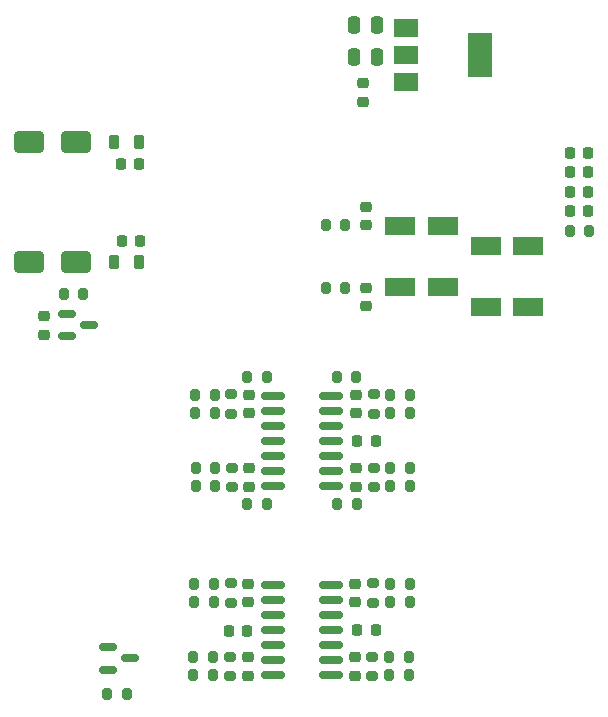
<source format=gbr>
%TF.GenerationSoftware,KiCad,Pcbnew,7.0.6-1.fc38*%
%TF.CreationDate,2023-08-24T19:35:41-07:00*%
%TF.ProjectId,s3gta_back,73336774-615f-4626-9163-6b2e6b696361,rev?*%
%TF.SameCoordinates,Original*%
%TF.FileFunction,Paste,Bot*%
%TF.FilePolarity,Positive*%
%FSLAX46Y46*%
G04 Gerber Fmt 4.6, Leading zero omitted, Abs format (unit mm)*
G04 Created by KiCad (PCBNEW 7.0.6-1.fc38) date 2023-08-24 19:35:41*
%MOMM*%
%LPD*%
G01*
G04 APERTURE LIST*
G04 Aperture macros list*
%AMRoundRect*
0 Rectangle with rounded corners*
0 $1 Rounding radius*
0 $2 $3 $4 $5 $6 $7 $8 $9 X,Y pos of 4 corners*
0 Add a 4 corners polygon primitive as box body*
4,1,4,$2,$3,$4,$5,$6,$7,$8,$9,$2,$3,0*
0 Add four circle primitives for the rounded corners*
1,1,$1+$1,$2,$3*
1,1,$1+$1,$4,$5*
1,1,$1+$1,$6,$7*
1,1,$1+$1,$8,$9*
0 Add four rect primitives between the rounded corners*
20,1,$1+$1,$2,$3,$4,$5,0*
20,1,$1+$1,$4,$5,$6,$7,0*
20,1,$1+$1,$6,$7,$8,$9,0*
20,1,$1+$1,$8,$9,$2,$3,0*%
G04 Aperture macros list end*
%ADD10RoundRect,0.250000X1.000000X0.650000X-1.000000X0.650000X-1.000000X-0.650000X1.000000X-0.650000X0*%
%ADD11RoundRect,0.200000X0.275000X-0.200000X0.275000X0.200000X-0.275000X0.200000X-0.275000X-0.200000X0*%
%ADD12RoundRect,0.200000X0.200000X0.275000X-0.200000X0.275000X-0.200000X-0.275000X0.200000X-0.275000X0*%
%ADD13RoundRect,0.200000X-0.200000X-0.275000X0.200000X-0.275000X0.200000X0.275000X-0.200000X0.275000X0*%
%ADD14RoundRect,0.250000X1.050000X0.550000X-1.050000X0.550000X-1.050000X-0.550000X1.050000X-0.550000X0*%
%ADD15RoundRect,0.200000X-0.275000X0.200000X-0.275000X-0.200000X0.275000X-0.200000X0.275000X0.200000X0*%
%ADD16RoundRect,0.225000X0.250000X-0.225000X0.250000X0.225000X-0.250000X0.225000X-0.250000X-0.225000X0*%
%ADD17RoundRect,0.225000X-0.250000X0.225000X-0.250000X-0.225000X0.250000X-0.225000X0.250000X0.225000X0*%
%ADD18RoundRect,0.225000X0.225000X0.250000X-0.225000X0.250000X-0.225000X-0.250000X0.225000X-0.250000X0*%
%ADD19R,2.000000X1.500000*%
%ADD20R,2.000000X3.800000*%
%ADD21RoundRect,0.218750X0.218750X0.381250X-0.218750X0.381250X-0.218750X-0.381250X0.218750X-0.381250X0*%
%ADD22RoundRect,0.225000X-0.225000X-0.250000X0.225000X-0.250000X0.225000X0.250000X-0.225000X0.250000X0*%
%ADD23RoundRect,0.218750X0.256250X-0.218750X0.256250X0.218750X-0.256250X0.218750X-0.256250X-0.218750X0*%
%ADD24RoundRect,0.250000X0.250000X0.475000X-0.250000X0.475000X-0.250000X-0.475000X0.250000X-0.475000X0*%
%ADD25RoundRect,0.150000X-0.587500X-0.150000X0.587500X-0.150000X0.587500X0.150000X-0.587500X0.150000X0*%
%ADD26RoundRect,0.250000X-1.000000X-0.650000X1.000000X-0.650000X1.000000X0.650000X-1.000000X0.650000X0*%
%ADD27RoundRect,0.150000X0.825000X0.150000X-0.825000X0.150000X-0.825000X-0.150000X0.825000X-0.150000X0*%
G04 APERTURE END LIST*
D10*
%TO.C,D2*%
X118459000Y-81153000D03*
X114459000Y-81153000D03*
%TD*%
D11*
%TO.C,R23*%
X131419600Y-126339600D03*
X131419600Y-124689600D03*
%TD*%
D12*
%TO.C,R19*%
X130009400Y-126288800D03*
X128359400Y-126288800D03*
%TD*%
D13*
%TO.C,R7*%
X145021800Y-102565200D03*
X146671800Y-102565200D03*
%TD*%
D14*
%TO.C,C15*%
X149450000Y-93400000D03*
X145850000Y-93400000D03*
%TD*%
D15*
%TO.C,R22*%
X131521200Y-118504200D03*
X131521200Y-120154200D03*
%TD*%
D12*
%TO.C,R32*%
X122706400Y-127888000D03*
X121056400Y-127888000D03*
%TD*%
D13*
%TO.C,R9*%
X145021800Y-110236000D03*
X146671800Y-110236000D03*
%TD*%
%TO.C,R26*%
X145009600Y-120091200D03*
X146659600Y-120091200D03*
%TD*%
D16*
%TO.C,C23*%
X142036800Y-120104200D03*
X142036800Y-118554200D03*
%TD*%
D17*
%TO.C,C13*%
X143002000Y-93472000D03*
X143002000Y-95022000D03*
%TD*%
%TO.C,C4*%
X142087600Y-102552200D03*
X142087600Y-104102200D03*
%TD*%
D18*
%TO.C,C9*%
X161798000Y-82042000D03*
X160248000Y-82042000D03*
%TD*%
D12*
%TO.C,R15*%
X134581400Y-111810800D03*
X132931400Y-111810800D03*
%TD*%
%TO.C,R2*%
X130161800Y-104089200D03*
X128511800Y-104089200D03*
%TD*%
D14*
%TO.C,C20*%
X156700000Y-95123000D03*
X153100000Y-95123000D03*
%TD*%
D18*
%TO.C,C8*%
X161798000Y-86995000D03*
X160248000Y-86995000D03*
%TD*%
D19*
%TO.C,U6*%
X146329000Y-76087000D03*
X146329000Y-73787000D03*
D20*
X152629000Y-73787000D03*
D19*
X146329000Y-71487000D03*
%TD*%
D15*
%TO.C,R10*%
X131572000Y-102502200D03*
X131572000Y-104152200D03*
%TD*%
D21*
%TO.C,FB1*%
X123791000Y-91313000D03*
X121666000Y-91313000D03*
%TD*%
D13*
%TO.C,R6*%
X145021800Y-104038400D03*
X146671800Y-104038400D03*
%TD*%
D17*
%TO.C,C24*%
X142036800Y-124751800D03*
X142036800Y-126301800D03*
%TD*%
D16*
%TO.C,C5*%
X142087600Y-110299800D03*
X142087600Y-108749800D03*
%TD*%
D12*
%TO.C,R4*%
X130212600Y-108762800D03*
X128562600Y-108762800D03*
%TD*%
%TO.C,R14*%
X134581400Y-101041200D03*
X132931400Y-101041200D03*
%TD*%
D13*
%TO.C,R1*%
X117373400Y-93980000D03*
X119023400Y-93980000D03*
%TD*%
D18*
%TO.C,C17*%
X123825000Y-89535000D03*
X122275000Y-89535000D03*
%TD*%
D12*
%TO.C,R30*%
X146659600Y-118567200D03*
X145009600Y-118567200D03*
%TD*%
D22*
%TO.C,C22*%
X131368800Y-122529600D03*
X132918800Y-122529600D03*
%TD*%
D23*
%TO.C,L1*%
X142748000Y-77724000D03*
X142748000Y-76149000D03*
%TD*%
D12*
%TO.C,R24*%
X141224000Y-93472000D03*
X139574000Y-93472000D03*
%TD*%
D11*
%TO.C,R11*%
X131622800Y-110349800D03*
X131622800Y-108699800D03*
%TD*%
D24*
%TO.C,C25*%
X143886000Y-71247000D03*
X141986000Y-71247000D03*
%TD*%
D15*
%TO.C,R12*%
X143611600Y-102502200D03*
X143611600Y-104152200D03*
%TD*%
D17*
%TO.C,C11*%
X132994400Y-118554200D03*
X132994400Y-120104200D03*
%TD*%
D14*
%TO.C,C19*%
X156700000Y-89916000D03*
X153100000Y-89916000D03*
%TD*%
D25*
%TO.C,Q1*%
X121109500Y-125791000D03*
X121109500Y-123891000D03*
X122984500Y-124841000D03*
%TD*%
D26*
%TO.C,D1*%
X114459000Y-91313000D03*
X118459000Y-91313000D03*
%TD*%
D12*
%TO.C,R33*%
X161861000Y-88646000D03*
X160211000Y-88646000D03*
%TD*%
D17*
%TO.C,C1*%
X115747800Y-95897400D03*
X115747800Y-97447400D03*
%TD*%
D27*
%TO.C,U2*%
X140041400Y-102616000D03*
X140041400Y-103886000D03*
X140041400Y-105156000D03*
X140041400Y-106426000D03*
X140041400Y-107696000D03*
X140041400Y-108966000D03*
X140041400Y-110236000D03*
X135091400Y-110236000D03*
X135091400Y-108966000D03*
X135091400Y-107696000D03*
X135091400Y-106426000D03*
X135091400Y-105156000D03*
X135091400Y-103886000D03*
X135091400Y-102616000D03*
%TD*%
D11*
%TO.C,R29*%
X143510000Y-126351800D03*
X143510000Y-124701800D03*
%TD*%
D18*
%TO.C,C18*%
X123749400Y-82956400D03*
X122199400Y-82956400D03*
%TD*%
D15*
%TO.C,R28*%
X143560800Y-118504200D03*
X143560800Y-120154200D03*
%TD*%
D12*
%TO.C,R18*%
X130060200Y-118567200D03*
X128410200Y-118567200D03*
%TD*%
D14*
%TO.C,C16*%
X149450000Y-88250000D03*
X145850000Y-88250000D03*
%TD*%
D18*
%TO.C,C10*%
X161798000Y-83693000D03*
X160248000Y-83693000D03*
%TD*%
D12*
%TO.C,R31*%
X146570200Y-126288800D03*
X144920200Y-126288800D03*
%TD*%
D24*
%TO.C,C27*%
X143891000Y-73914000D03*
X141991000Y-73914000D03*
%TD*%
D22*
%TO.C,C6*%
X142240000Y-106426000D03*
X143790000Y-106426000D03*
%TD*%
D13*
%TO.C,R16*%
X140500600Y-101041200D03*
X142150600Y-101041200D03*
%TD*%
D27*
%TO.C,U3*%
X140016000Y-118618000D03*
X140016000Y-119888000D03*
X140016000Y-121158000D03*
X140016000Y-122428000D03*
X140016000Y-123698000D03*
X140016000Y-124968000D03*
X140016000Y-126238000D03*
X135066000Y-126238000D03*
X135066000Y-124968000D03*
X135066000Y-123698000D03*
X135066000Y-122428000D03*
X135066000Y-121158000D03*
X135066000Y-119888000D03*
X135066000Y-118618000D03*
%TD*%
D12*
%TO.C,R3*%
X130161800Y-102565200D03*
X128511800Y-102565200D03*
%TD*%
D16*
%TO.C,C14*%
X143002000Y-88138000D03*
X143002000Y-86588000D03*
%TD*%
D12*
%TO.C,R25*%
X141224000Y-88138000D03*
X139574000Y-88138000D03*
%TD*%
D16*
%TO.C,C3*%
X133096000Y-110299800D03*
X133096000Y-108749800D03*
%TD*%
D12*
%TO.C,R5*%
X130212600Y-110286800D03*
X128562600Y-110286800D03*
%TD*%
D21*
%TO.C,FB2*%
X123791000Y-81153000D03*
X121666000Y-81153000D03*
%TD*%
D13*
%TO.C,R27*%
X144920200Y-124764800D03*
X146570200Y-124764800D03*
%TD*%
D22*
%TO.C,C21*%
X142227000Y-122428000D03*
X143777000Y-122428000D03*
%TD*%
D11*
%TO.C,R13*%
X143611600Y-110349800D03*
X143611600Y-108699800D03*
%TD*%
D17*
%TO.C,C2*%
X133045200Y-102552200D03*
X133045200Y-104102200D03*
%TD*%
D13*
%TO.C,R17*%
X140551400Y-111810800D03*
X142201400Y-111810800D03*
%TD*%
%TO.C,R21*%
X128359400Y-124764800D03*
X130009400Y-124764800D03*
%TD*%
%TO.C,R20*%
X128410200Y-120091200D03*
X130060200Y-120091200D03*
%TD*%
D25*
%TO.C,U1*%
X117678200Y-97561400D03*
X117678200Y-95661400D03*
X119553200Y-96611400D03*
%TD*%
D13*
%TO.C,R8*%
X145021800Y-108762800D03*
X146671800Y-108762800D03*
%TD*%
D18*
%TO.C,C7*%
X161798000Y-85344000D03*
X160248000Y-85344000D03*
%TD*%
D16*
%TO.C,C12*%
X132943600Y-126301800D03*
X132943600Y-124751800D03*
%TD*%
M02*

</source>
